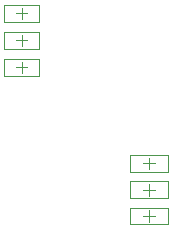
<source format=gbr>
%TF.GenerationSoftware,Altium Limited,Altium Designer,20.2.5 (213)*%
G04 Layer_Color=32768*
%FSLAX25Y25*%
%MOIN*%
%TF.SameCoordinates,03ADE540-DEBB-48E1-BD2F-024036EB756D*%
%TF.FilePolarity,Positive*%
%TF.FileFunction,Other,Top_Courtyard*%
%TF.Part,Single*%
G01*
G75*
%TA.AperFunction,NonConductor*%
%ADD34C,0.00394*%
%ADD38C,0.00197*%
D34*
X181532Y102000D02*
X185468D01*
X183500Y100031D02*
Y103969D01*
X141000Y150228D02*
Y153772D01*
X139228Y152000D02*
X142772D01*
X181532Y93250D02*
X185468D01*
X183500Y91281D02*
Y95218D01*
X141000Y141228D02*
Y144772D01*
X139228Y143000D02*
X142772D01*
X181532Y84500D02*
X185468D01*
X183500Y82531D02*
Y86468D01*
X141000Y132228D02*
Y135772D01*
X139228Y134000D02*
X142772D01*
D38*
X189681Y99244D02*
Y104756D01*
X177319Y99244D02*
Y104756D01*
Y99244D02*
X189681D01*
X177319Y104756D02*
X189681D01*
X135291Y149244D02*
X146709D01*
X135291Y154756D02*
X146709D01*
Y149244D02*
Y154756D01*
X135291Y149244D02*
Y154756D01*
X189681Y90494D02*
Y96006D01*
X177319Y90494D02*
Y96006D01*
Y90494D02*
X189681D01*
X177319Y96006D02*
X189681D01*
X135291Y140244D02*
X146709D01*
X135291Y145756D02*
X146709D01*
Y140244D02*
Y145756D01*
X135291Y140244D02*
Y145756D01*
X189681Y81744D02*
Y87256D01*
X177319Y81744D02*
Y87256D01*
Y81744D02*
X189681D01*
X177319Y87256D02*
X189681D01*
X135291Y131244D02*
X146709D01*
X135291Y136756D02*
X146709D01*
Y131244D02*
Y136756D01*
X135291Y131244D02*
Y136756D01*
%TF.MD5,847f19f0022adf4362f397b50b8343a0*%
M02*

</source>
